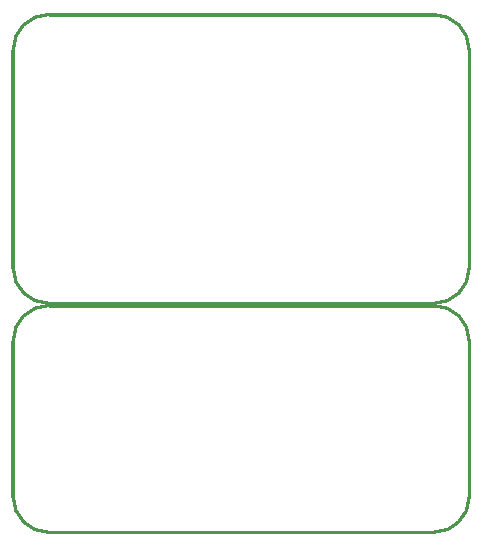
<source format=gbr>
%TF.GenerationSoftware,Altium Limited,Altium Designer,20.0.10 (225)*%
G04 Layer_Color=16711935*
%FSLAX26Y26*%
%MOIN*%
%TF.FileFunction,Other,Mechanical_1*%
%TF.Part,CustomerPanel*%
G01*
G75*
%TA.AperFunction,NonConductor*%
%ADD25C,0.006000*%
%ADD26C,0.010000*%
D25*
X3712292Y4368780D02*
G03*
X3591181Y4489891I-121111J0D01*
G01*
Y3521999D02*
G03*
X3712292Y3643110I0J121111D01*
G01*
X3591157Y3521999D02*
G03*
X3591181Y3521999I24J3001D01*
G01*
X3591157Y3521999D02*
G03*
X3591181Y3521999I24J3001D01*
G01*
X2308135Y3519891D02*
G03*
X2308110Y3519891I-24J-3001D01*
G01*
X3712292Y3398780D02*
G03*
X3591181Y3519891I-121111J0D01*
G01*
X3591181Y2758889D02*
G03*
X3712292Y2880000I0J121111D01*
G01*
X3591157Y2758889D02*
G03*
X3591181Y2758889I24J3001D01*
G01*
X3591157Y2758889D02*
G03*
X3591181Y2758889I24J3001D01*
G01*
X2308135Y4489891D02*
G03*
X2308110Y4489891I-24J-3001D01*
G01*
X2308135Y4489891D02*
G03*
X2308110Y4489891I-24J-3001D01*
G01*
X2308135Y3519891D02*
G03*
X2308110Y3519891I-24J-3001D01*
G01*
X2308110Y4489891D02*
G03*
X2186999Y4368780I0J-121111D01*
G01*
Y3643110D02*
G03*
X2308110Y3521999I121111J0D01*
G01*
X2186999Y3398804D02*
G03*
X2186999Y3398780I121111J-25D01*
G01*
X2308110Y3519891D02*
G03*
X2186999Y3398804I0J-121111D01*
G01*
Y2880000D02*
G03*
X2308110Y2758889I121111J0D01*
G01*
X2186999Y3398804D02*
G03*
X2186999Y3398780I3001J-25D01*
G01*
X2186999Y3398804D02*
G03*
X2186999Y3398780I3001J-25D01*
G01*
X3540000Y3519891D02*
X3591181D01*
X2995000Y3519891D02*
X3420000Y3519891D01*
X3540000Y3521999D02*
X3591157D01*
X2995000Y3521999D02*
X3420000Y3521999D01*
X2470000Y3521999D02*
X2875000D01*
X2470000Y3519891D02*
X2875000D01*
X2308135D02*
X2350000D01*
X2308110Y3521999D02*
X2350000D01*
X3712292Y3643110D02*
Y4368780D01*
X3591181Y3519891D02*
X3591181D01*
X3712292Y2880000D02*
Y3398780D01*
X2308135Y4489891D02*
X3591181Y4489891D01*
X2308110Y4489891D02*
X2308135D01*
X3591181Y3519891D02*
X3591181D01*
X2308110Y3519891D02*
X2308135D01*
X3591157Y3521999D02*
X3591181D01*
X2186999Y3643110D02*
Y4368780D01*
Y3643110D02*
Y3643110D01*
X3591157Y2758889D02*
X3591181D01*
X2308110Y2758889D02*
X3591157Y2758889D01*
X2186999Y3398780D02*
X2186999Y2880000D01*
D26*
X2190000Y3643110D02*
G03*
X2308110Y3525000I118110J0D01*
G01*
X3591181D02*
G03*
X3709291Y3643110I0J118110D01*
G01*
X2308110Y4486890D02*
G03*
X2190000Y4368780I0J-118110D01*
G01*
X3709291D02*
G03*
X3591181Y4486890I-118110J0D01*
G01*
X3709291Y3643110D02*
Y4368780D01*
X2190000Y3643110D02*
Y4368780D01*
X2308110Y3525000D02*
X3591181Y3525000D01*
X2308110Y4486890D02*
X3591181Y4486890D01*
X2190000Y2880000D02*
G03*
X2308110Y2761890I118110J0D01*
G01*
X3591181D02*
G03*
X3709291Y2880000I0J118110D01*
G01*
X2308110Y3516890D02*
G03*
X2190000Y3398780I0J-118110D01*
G01*
X3709291D02*
G03*
X3591181Y3516890I-118110J0D01*
G01*
X3709291Y2880000D02*
Y3398780D01*
X2190000Y2880000D02*
Y3398780D01*
X2308110Y2761890D02*
X3591181Y2761890D01*
X2308110Y3516890D02*
X3591181Y3516890D01*
%TF.MD5,d2df359a01859751e03191286d719550*%
M02*

</source>
